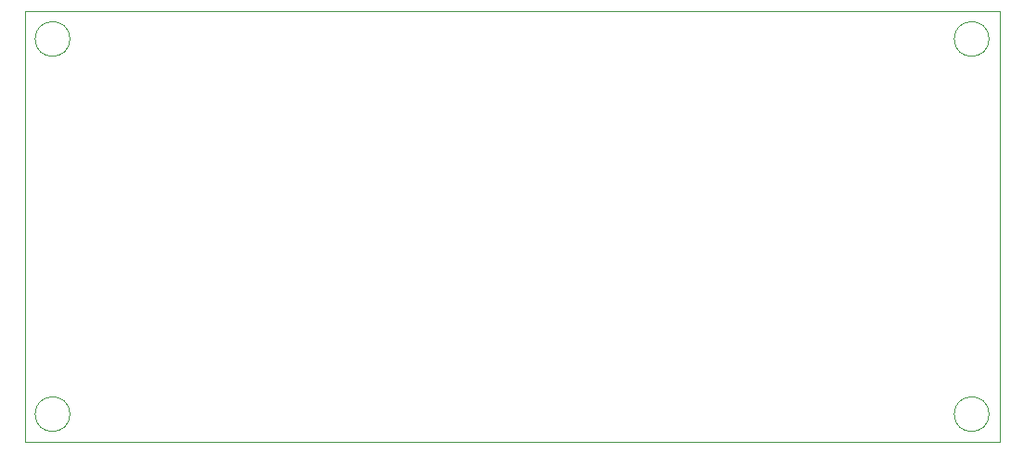
<source format=gbr>
%TF.GenerationSoftware,KiCad,Pcbnew,(5.1.9)-1*%
%TF.CreationDate,2021-10-09T19:01:39-07:00*%
%TF.ProjectId,HVAC Moisture Recovery system,48564143-204d-46f6-9973-747572652052,rev?*%
%TF.SameCoordinates,Original*%
%TF.FileFunction,Profile,NP*%
%FSLAX46Y46*%
G04 Gerber Fmt 4.6, Leading zero omitted, Abs format (unit mm)*
G04 Created by KiCad (PCBNEW (5.1.9)-1) date 2021-10-09 19:01:39*
%MOMM*%
%LPD*%
G01*
G04 APERTURE LIST*
%TA.AperFunction,Profile*%
%ADD10C,0.050000*%
%TD*%
G04 APERTURE END LIST*
D10*
X164147500Y-115570000D02*
G75*
G03*
X164147500Y-115570000I-1587500J0D01*
G01*
X164147500Y-149860000D02*
G75*
G03*
X164147500Y-149860000I-1587500J0D01*
G01*
X80327500Y-149860000D02*
G75*
G03*
X80327500Y-149860000I-1587500J0D01*
G01*
X80327500Y-115570000D02*
G75*
G03*
X80327500Y-115570000I-1587500J0D01*
G01*
X165100000Y-152400000D02*
X165100000Y-113030000D01*
X76200000Y-152400000D02*
X76200000Y-113030000D01*
X76200000Y-113030000D02*
X165100000Y-113030000D01*
X76200000Y-152400000D02*
X165100000Y-152400000D01*
M02*

</source>
